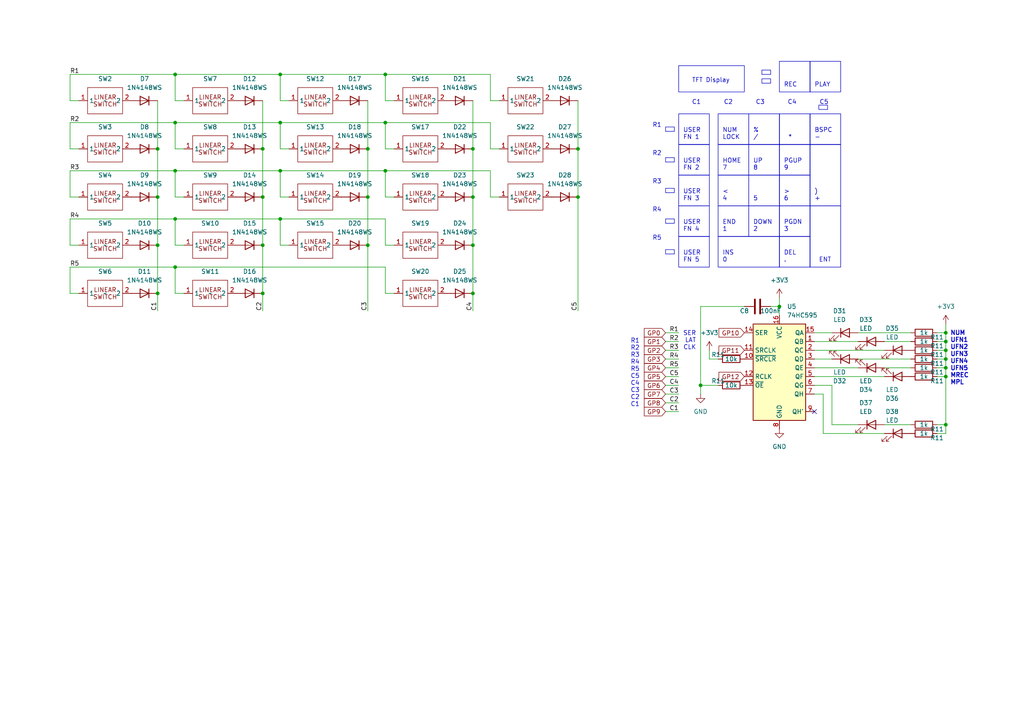
<source format=kicad_sch>
(kicad_sch (version 20230121) (generator eeschema)
  (paper "A4")
  (lib_symbols
    (symbol "74xx:74HC595"
      (property "Reference" "U" (at -7.62 13.97 0))
      (property "Value" "74HC595" (at -7.62 -16.51 0))
      (symbol "74HC595_1_0"
        (pin tri_state line (at 10.16 7.62 180) (length 2.54) (name "QB") (number "1"))
        (pin input line (at -10.16 2.54 0) (length 2.54) (name "~{SRCLR}") (number "10"))
        (pin input line (at -10.16 5.08 0) (length 2.54) (name "SRCLK") (number "11"))
        (pin input line (at -10.16 -2.54 0) (length 2.54) (name "RCLK") (number "12"))
        (pin input line (at -10.16 -5.08 0) (length 2.54) (name "~{OE}") (number "13"))
        (pin input line (at -10.16 10.16 0) (length 2.54) (name "SER") (number "14"))
        (pin tri_state line (at 10.16 10.16 180) (length 2.54) (name "QA") (number "15"))
        (pin power_in line (at 0 15.24 270) (length 2.54) (name "VCC") (number "16"))
        (pin tri_state line (at 10.16 5.08 180) (length 2.54) (name "QC") (number "2"))
        (pin tri_state line (at 10.16 2.54 180) (length 2.54) (name "QD") (number "3"))
        (pin tri_state line (at 10.16 0 180) (length 2.54) (name "QE") (number "4"))
        (pin tri_state line (at 10.16 -2.54 180) (length 2.54) (name "QF") (number "5"))
        (pin tri_state line (at 10.16 -5.08 180) (length 2.54) (name "QG") (number "6"))
        (pin tri_state line (at 10.16 -7.62 180) (length 2.54) (name "QH") (number "7"))
        (pin power_in line (at 0 -17.78 90) (length 2.54) (name "GND") (number "8"))
        (pin output line (at 10.16 -12.7 180) (length 2.54) (name "QH'") (number "9"))
      )
      (symbol "74HC595_1_1"
        (rectangle (start -7.62 12.7) (end 7.62 -15.24) (stroke (width 0.254)) (fill (type background)))
      )
    )
    (symbol "Device:C" (pin_numbers hide) (pin_names (offset 0.254))
      (property "Reference" "C" (at 0.635 2.54 0))
      (property "Value" "C" (at 0.635 -2.54 0))
      (symbol "C_0_1"
        (polyline (pts (xy -2.032 -0.762) (xy 2.032 -0.762)) (stroke (width 0.508)))
        (polyline (pts (xy -2.032 0.762) (xy 2.032 0.762)) (stroke (width 0.508)))
      )
      (symbol "C_1_1"
        (pin passive line (at 0 3.81 270) (length 2.794) (name "~") (number "1"))
        (pin passive line (at 0 -3.81 90) (length 2.794) (name "~") (number "2"))
      )
    )
    (symbol "Device:LED" (pin_numbers hide) (pin_names (offset 1.016) hide)
      (property "Reference" "D" (at 0 2.54 0))
      (property "Value" "LED" (at 0 -2.54 0))
      (symbol "LED_0_1"
        (polyline (pts (xy -1.27 -1.27) (xy -1.27 1.27)) (stroke (width 0.254)))
        (polyline (pts (xy -1.27 0) (xy 1.27 0)))
        (polyline (pts (xy 1.27 -1.27) (xy 1.27 1.27) (xy -1.27 0) (xy 1.27 -1.27)) (stroke (width 0.254)))
        (polyline (pts (xy -3.048 -0.762) (xy -4.572 -2.286) (xy -3.81 -2.286) (xy -4.572 -2.286) (xy -4.572 -1.524)))
        (polyline (pts (xy -1.778 -0.762) (xy -3.302 -2.286) (xy -2.54 -2.286) (xy -3.302 -2.286) (xy -3.302 -1.524)))
      )
      (symbol "LED_1_1"
        (pin passive line (at -3.81 0 0) (length 2.54) (name "K") (number "1"))
        (pin passive line (at 3.81 0 180) (length 2.54) (name "A") (number "2"))
      )
    )
    (symbol "Device:R" (pin_numbers hide) (pin_names (offset 0))
      (property "Reference" "R" (at 2.032 0 90))
      (property "Value" "R" (at 0 0 90))
      (symbol "R_0_1"
        (rectangle (start -1.016 -2.54) (end 1.016 2.54) (stroke (width 0.254)))
      )
      (symbol "R_1_1"
        (pin passive line (at 0 3.81 270) (length 1.27) (name "~") (number "1"))
        (pin passive line (at 0 -3.81 90) (length 1.27) (name "~") (number "2"))
      )
    )
    (symbol "Diode:1N4148WS" (pin_numbers hide) (pin_names hide)
      (property "Reference" "D" (at 0 2.54 0))
      (property "Value" "1N4148WS" (at 0 -2.54 0))
      (symbol "1N4148WS_0_1"
        (polyline (pts (xy -1.27 1.27) (xy -1.27 -1.27)) (stroke (width 0.254)))
        (polyline (pts (xy 1.27 0) (xy -1.27 0)))
        (polyline (pts (xy 1.27 1.27) (xy 1.27 -1.27) (xy -1.27 0) (xy 1.27 1.27)) (stroke (width 0.254)))
      )
      (symbol "1N4148WS_1_1"
        (pin passive line (at -3.81 0 0) (length 2.54) (name "K") (number "1"))
        (pin passive line (at 3.81 0 180) (length 2.54) (name "A") (number "2"))
      )
    )
    (symbol "Keyboard:Linear_Switch"
      (property "Reference" "SW?" (at 0 -5.08 0))
      (symbol "Linear_Switch_0_1"
        (rectangle (start -5.08 3.81) (end 5.08 -3.81))
      )
      (symbol "Linear_Switch_1_1"
        (text "LINEAR\nSWITCH" (at 0 0 0) (effects (font (size 1.27 1.27))))
        (pin input line (at -7.62 0 0) (length 2.54) (name "1") (number "1"))
        (pin input line (at 7.62 0 180) (length 2.54) (name "2") (number "2"))
      )
    )
    (symbol "power:+3V3" (power) (pin_names (offset 0))
      (property "Value" "+3V3" (at 0 3.556 0))
      (symbol "+3V3_0_1"
        (polyline (pts (xy -0.762 1.27) (xy 0 2.54)))
        (polyline (pts (xy 0 0) (xy 0 2.54)))
        (polyline (pts (xy 0 2.54) (xy 0.762 1.27)))
      )
      (symbol "+3V3_1_1"
        (pin power_in line (at 0 0 90) (length 0) hide (name "+3V3") (number "1"))
      )
    )
    (symbol "power:GND" (power) (pin_names (offset 0))
      (property "Value" "GND" (at 0 -3.81 0))
      (symbol "GND_0_1"
        (polyline (pts (xy 0 0) (xy 0 -1.27) (xy 1.27 -1.27) (xy 0 -2.54) (xy -1.27 -1.27) (xy 0 -1.27)))
      )
      (symbol "GND_1_1"
        (pin power_in line (at 0 0 270) (length 0) hide (name "GND") (number "1"))
      )
    )
  )
  (junction (at 274.32 96.52))
  (junction (at 76.2 43.18))
  (junction (at 45.72 43.18))
  (junction (at 137.16 71.12))
  (junction (at 45.72 85.09))
  (junction (at 50.8 49.53))
  (junction (at 274.32 104.14))
  (junction (at 45.72 57.15))
  (junction (at 45.72 71.12))
  (junction (at 76.2 71.12))
  (junction (at 203.2 111.76))
  (junction (at 76.2 85.09))
  (junction (at 106.68 43.18))
  (junction (at 106.68 57.15))
  (junction (at 274.32 99.06))
  (junction (at 274.32 109.22))
  (junction (at 274.32 101.6))
  (junction (at 106.68 71.12))
  (junction (at 81.28 35.56))
  (junction (at 50.8 21.59))
  (junction (at 76.2 57.15))
  (junction (at 274.32 106.68))
  (junction (at 111.76 35.56))
  (junction (at 50.8 35.56))
  (junction (at 111.76 49.53))
  (junction (at 137.16 85.09))
  (junction (at 226.06 88.9))
  (junction (at 50.8 77.47))
  (junction (at 137.16 43.18))
  (junction (at 167.64 57.15))
  (junction (at 81.28 63.5))
  (junction (at 111.76 21.59))
  (junction (at 274.32 123.19))
  (junction (at 167.64 43.18))
  (junction (at 81.28 21.59))
  (junction (at 137.16 57.15))
  (junction (at 50.8 63.5))
  (junction (at 81.28 49.53))
  (no_connect (at 236.22 119.38))
  (wire (pts (xy 50.8 21.59) (xy 81.28 21.59)))
  (wire (pts (xy 111.76 57.15) (xy 114.3 57.15)))
  (wire (pts (xy 20.32 57.15) (xy 20.32 49.53)))
  (wire (pts (xy 111.76 43.18) (xy 114.3 43.18)))
  (wire (pts (xy 20.32 21.59) (xy 50.8 21.59)))
  (wire (pts (xy 106.68 43.18) (xy 106.68 57.15)))
  (wire (pts (xy 223.52 88.9) (xy 226.06 88.9)))
  (wire (pts (xy 193.04 104.14) (xy 196.85 104.14)))
  (wire (pts (xy 20.32 85.09) (xy 22.86 85.09)))
  (wire (pts (xy 256.54 99.06) (xy 264.16 99.06)))
  (wire (pts (xy 76.2 43.18) (xy 76.2 57.15)))
  (wire (pts (xy 20.32 63.5) (xy 50.8 63.5)))
  (wire (pts (xy 81.28 43.18) (xy 83.82 43.18)))
  (wire (pts (xy 238.76 125.73) (xy 256.54 125.73)))
  (wire (pts (xy 111.76 49.53) (xy 142.24 49.53)))
  (wire (pts (xy 226.06 88.9) (xy 226.06 91.44)))
  (wire (pts (xy 81.28 57.15) (xy 83.82 57.15)))
  (wire (pts (xy 167.64 57.15) (xy 167.64 90.17)))
  (wire (pts (xy 76.2 57.15) (xy 76.2 71.12)))
  (wire (pts (xy 81.28 21.59) (xy 111.76 21.59)))
  (wire (pts (xy 106.68 29.21) (xy 106.68 43.18)))
  (wire (pts (xy 50.8 29.21) (xy 53.34 29.21)))
  (wire (pts (xy 137.16 57.15) (xy 137.16 71.12)))
  (wire (pts (xy 271.78 123.19) (xy 274.32 123.19)))
  (wire (pts (xy 236.22 114.3) (xy 238.76 114.3)))
  (wire (pts (xy 271.78 109.22) (xy 274.32 109.22)))
  (wire (pts (xy 106.68 57.15) (xy 106.68 71.12)))
  (wire (pts (xy 50.8 85.09) (xy 50.8 77.47)))
  (wire (pts (xy 274.32 99.06) (xy 271.78 99.06)))
  (wire (pts (xy 50.8 43.18) (xy 50.8 35.56)))
  (wire (pts (xy 50.8 63.5) (xy 50.8 71.12)))
  (wire (pts (xy 76.2 29.21) (xy 76.2 43.18)))
  (wire (pts (xy 111.76 71.12) (xy 114.3 71.12)))
  (wire (pts (xy 50.8 43.18) (xy 53.34 43.18)))
  (wire (pts (xy 241.3 111.76) (xy 236.22 111.76)))
  (wire (pts (xy 193.04 101.6) (xy 196.85 101.6)))
  (wire (pts (xy 81.28 43.18) (xy 81.28 35.56)))
  (wire (pts (xy 142.24 43.18) (xy 144.78 43.18)))
  (wire (pts (xy 256.54 106.68) (xy 264.16 106.68)))
  (wire (pts (xy 238.76 114.3) (xy 238.76 125.73)))
  (wire (pts (xy 203.2 111.76) (xy 208.28 111.76)))
  (wire (pts (xy 50.8 71.12) (xy 53.34 71.12)))
  (wire (pts (xy 20.32 57.15) (xy 22.86 57.15)))
  (wire (pts (xy 111.76 63.5) (xy 111.76 71.12)))
  (wire (pts (xy 271.78 101.6) (xy 274.32 101.6)))
  (wire (pts (xy 45.72 43.18) (xy 45.72 57.15)))
  (wire (pts (xy 274.32 99.06) (xy 274.32 101.6)))
  (wire (pts (xy 20.32 63.5) (xy 20.32 71.12)))
  (wire (pts (xy 20.32 29.21) (xy 20.32 21.59)))
  (wire (pts (xy 236.22 99.06) (xy 248.92 99.06)))
  (wire (pts (xy 142.24 29.21) (xy 144.78 29.21)))
  (wire (pts (xy 45.72 85.09) (xy 45.72 90.17)))
  (wire (pts (xy 81.28 49.53) (xy 111.76 49.53)))
  (wire (pts (xy 111.76 85.09) (xy 114.3 85.09)))
  (wire (pts (xy 137.16 43.18) (xy 137.16 57.15)))
  (wire (pts (xy 203.2 88.9) (xy 215.9 88.9)))
  (wire (pts (xy 20.32 71.12) (xy 22.86 71.12)))
  (wire (pts (xy 226.06 86.36) (xy 226.06 88.9)))
  (wire (pts (xy 203.2 88.9) (xy 203.2 111.76)))
  (wire (pts (xy 111.76 85.09) (xy 111.76 77.47)))
  (wire (pts (xy 271.78 104.14) (xy 274.32 104.14)))
  (wire (pts (xy 274.32 109.22) (xy 274.32 123.19)))
  (wire (pts (xy 256.54 123.19) (xy 264.16 123.19)))
  (wire (pts (xy 241.3 123.19) (xy 241.3 111.76)))
  (wire (pts (xy 271.78 96.52) (xy 274.32 96.52)))
  (wire (pts (xy 50.8 35.56) (xy 81.28 35.56)))
  (wire (pts (xy 142.24 29.21) (xy 142.24 21.59)))
  (wire (pts (xy 50.8 57.15) (xy 53.34 57.15)))
  (wire (pts (xy 111.76 57.15) (xy 111.76 49.53)))
  (wire (pts (xy 271.78 106.68) (xy 274.32 106.68)))
  (wire (pts (xy 196.85 96.52) (xy 193.04 96.52)))
  (wire (pts (xy 50.8 49.53) (xy 81.28 49.53)))
  (wire (pts (xy 45.72 71.12) (xy 45.72 85.09)))
  (wire (pts (xy 20.32 43.18) (xy 22.86 43.18)))
  (wire (pts (xy 81.28 35.56) (xy 111.76 35.56)))
  (wire (pts (xy 193.04 116.84) (xy 196.85 116.84)))
  (wire (pts (xy 142.24 57.15) (xy 144.78 57.15)))
  (wire (pts (xy 205.74 101.6) (xy 205.74 104.14)))
  (wire (pts (xy 50.8 63.5) (xy 81.28 63.5)))
  (wire (pts (xy 20.32 35.56) (xy 50.8 35.56)))
  (wire (pts (xy 205.74 104.14) (xy 208.28 104.14)))
  (wire (pts (xy 142.24 43.18) (xy 142.24 35.56)))
  (wire (pts (xy 81.28 63.5) (xy 81.28 71.12)))
  (wire (pts (xy 248.92 96.52) (xy 264.16 96.52)))
  (wire (pts (xy 274.32 123.19) (xy 274.32 125.73)))
  (wire (pts (xy 111.76 35.56) (xy 142.24 35.56)))
  (wire (pts (xy 236.22 109.22) (xy 256.54 109.22)))
  (wire (pts (xy 45.72 29.21) (xy 45.72 43.18)))
  (wire (pts (xy 137.16 29.21) (xy 137.16 43.18)))
  (wire (pts (xy 142.24 57.15) (xy 142.24 49.53)))
  (wire (pts (xy 111.76 29.21) (xy 114.3 29.21)))
  (wire (pts (xy 45.72 57.15) (xy 45.72 71.12)))
  (wire (pts (xy 167.64 43.18) (xy 167.64 57.15)))
  (wire (pts (xy 111.76 29.21) (xy 111.76 21.59)))
  (wire (pts (xy 248.92 104.14) (xy 264.16 104.14)))
  (wire (pts (xy 50.8 57.15) (xy 50.8 49.53)))
  (wire (pts (xy 274.32 106.68) (xy 274.32 109.22)))
  (wire (pts (xy 81.28 63.5) (xy 111.76 63.5)))
  (wire (pts (xy 274.32 101.6) (xy 274.32 104.14)))
  (wire (pts (xy 236.22 96.52) (xy 241.3 96.52)))
  (wire (pts (xy 81.28 29.21) (xy 81.28 21.59)))
  (wire (pts (xy 137.16 71.12) (xy 137.16 85.09)))
  (wire (pts (xy 81.28 57.15) (xy 81.28 49.53)))
  (wire (pts (xy 271.78 125.73) (xy 274.32 125.73)))
  (wire (pts (xy 236.22 106.68) (xy 248.92 106.68)))
  (wire (pts (xy 81.28 29.21) (xy 83.82 29.21)))
  (wire (pts (xy 274.32 93.98) (xy 274.32 96.52)))
  (wire (pts (xy 193.04 119.38) (xy 196.85 119.38)))
  (wire (pts (xy 111.76 43.18) (xy 111.76 35.56)))
  (wire (pts (xy 137.16 85.09) (xy 137.16 90.17)))
  (wire (pts (xy 20.32 43.18) (xy 20.32 35.56)))
  (wire (pts (xy 50.8 77.47) (xy 111.76 77.47)))
  (wire (pts (xy 193.04 114.3) (xy 196.85 114.3)))
  (wire (pts (xy 81.28 71.12) (xy 83.82 71.12)))
  (wire (pts (xy 274.32 96.52) (xy 274.32 99.06)))
  (wire (pts (xy 193.04 99.06) (xy 196.85 99.06)))
  (wire (pts (xy 20.32 49.53) (xy 50.8 49.53)))
  (wire (pts (xy 76.2 85.09) (xy 76.2 90.17)))
  (wire (pts (xy 111.76 21.59) (xy 142.24 21.59)))
  (wire (pts (xy 20.32 29.21) (xy 22.86 29.21)))
  (wire (pts (xy 106.68 71.12) (xy 106.68 90.17)))
  (wire (pts (xy 20.32 77.47) (xy 50.8 77.47)))
  (wire (pts (xy 274.32 104.14) (xy 274.32 106.68)))
  (wire (pts (xy 20.32 85.09) (xy 20.32 77.47)))
  (wire (pts (xy 196.85 111.76) (xy 193.04 111.76)))
  (wire (pts (xy 167.64 29.21) (xy 167.64 43.18)))
  (wire (pts (xy 76.2 71.12) (xy 76.2 85.09)))
  (wire (pts (xy 193.04 109.22) (xy 196.85 109.22)))
  (wire (pts (xy 236.22 101.6) (xy 256.54 101.6)))
  (wire (pts (xy 193.04 106.68) (xy 196.85 106.68)))
  (wire (pts (xy 203.2 111.76) (xy 203.2 114.3)))
  (wire (pts (xy 236.22 104.14) (xy 241.3 104.14)))
  (wire (pts (xy 50.8 29.21) (xy 50.8 21.59)))
  (wire (pts (xy 50.8 85.09) (xy 53.34 85.09)))
  (wire (pts (xy 241.3 123.19) (xy 248.92 123.19)))
  (rectangle (start 217.17 41.91) (end 226.06 50.8))
  (rectangle (start 193.04 72.39) (end 195.58 73.66))
  (rectangle (start 196.85 68.58) (end 205.74 77.47))
  (rectangle (start 208.28 33.02) (end 217.17 41.91))
  (rectangle (start 226.06 41.91) (end 234.95 50.8))
  (rectangle (start 234.95 41.91) (end 243.84 59.69))
  (rectangle (start 193.04 36.83) (end 195.58 38.1))
  (rectangle (start 226.06 17.78) (end 234.95 26.67))
  (rectangle (start 226.06 50.8) (end 234.95 59.69))
  (rectangle (start 193.04 45.72) (end 195.58 46.99))
  (rectangle (start 217.17 59.69) (end 226.06 68.58))
  (rectangle (start 196.85 59.69) (end 205.74 68.58))
  (rectangle (start 196.85 50.8) (end 205.74 59.69))
  (rectangle (start 237.49 30.48) (end 240.03 31.75))
  (rectangle (start 234.95 17.78) (end 243.84 26.67))
  (rectangle (start 226.06 33.02) (end 234.95 41.91))
  (rectangle (start 208.28 59.69) (end 217.17 68.58))
  (rectangle (start 208.28 50.8) (end 217.17 59.69))
  (rectangle (start 234.95 33.02) (end 243.84 41.91))
  (rectangle (start 217.17 50.8) (end 226.06 59.69))
  (rectangle (start 196.85 41.91) (end 205.74 50.8))
  (rectangle (start 208.28 41.91) (end 217.17 50.8))
  (rectangle (start 220.98 22.86) (end 223.52 24.13))
  (rectangle (start 193.04 63.5) (end 195.58 64.77))
  (rectangle (start 193.04 54.61) (end 195.58 55.88))
  (rectangle (start 226.06 68.58) (end 234.95 77.47))
  (rectangle (start 234.95 59.69) (end 243.84 77.47))
  (rectangle (start 217.17 33.02) (end 226.06 41.91))
  (rectangle (start 220.98 20.32) (end 223.52 21.59))
  (rectangle (start 208.28 68.58) (end 226.06 77.47))
  (rectangle (start 226.06 59.69) (end 234.95 68.58))
  (rectangle (start 196.85 19.05) (end 215.9 26.67))
  (rectangle (start 196.85 33.02) (end 205.74 41.91))
  (text "USER\nFN 4" (at 198.12 67.31 0) (effects (font (size 1.27 1.27)) (justify left bottom)))
  (text "USER\nFN 2" (at 198.12 49.53 0) (effects (font (size 1.27 1.27)) (justify left bottom)))
  (text "PLAY" (at 236.22 25.4 0) (effects (font (size 1.27 1.27)) (justify left bottom)))
  (text "*" (at 228.6 40.64 0) (effects (font (size 1.27 1.27)) (justify left bottom)))
  (text "TFT Display" (at 200.66 24.13 0) (effects (font (size 1.27 1.27)) (justify left bottom)))
  (text "USER\nFN 3" (at 198.12 58.42 0) (effects (font (size 1.27 1.27)) (justify left bottom)))
  (text "HOME\n7" (at 209.55 49.53 0) (effects (font (size 1.27 1.27)) (justify left bottom)))
  (text "NUM\nLOCK" (at 209.55 40.64 0) (effects (font (size 1.27 1.27)) (justify left bottom)))
  (text "NUM\nUFN1\nUFN2\nUFN3\nUFN4\nUFN5\nMREC\nMPL" (at 275.59 111.76 0) (effects (font (size 1.27 1.27) bold) (justify left bottom)))
  (text "REC" (at 227.33 25.4 0) (effects (font (size 1.27 1.27)) (justify left bottom)))
  (text "5" (at 218.44 58.42 0) (effects (font (size 1.27 1.27)) (justify left bottom)))
  (text "BSPC\n-" (at 236.22 40.64 0) (effects (font (size 1.27 1.27)) (justify left bottom)))
  (text "R1\n\n\n\nR2\n\n\n\nR3\n\n\n\nR4\n\n\n\nR5" (at 189.23 69.85 0) (effects (font (size 1.27 1.27)) (justify left bottom)))
  (text "USER\nFN 1" (at 198.12 40.64 0) (effects (font (size 1.27 1.27)) (justify left bottom)))
  (text ")\n+" (at 236.22 58.42 0) (effects (font (size 1.27 1.27)) (justify left bottom)))
  (text "INS\n0" (at 209.55 76.2 0) (effects (font (size 1.27 1.27)) (justify left bottom)))
  (text "UP\n8" (at 218.44 49.53 0) (effects (font (size 1.27 1.27)) (justify left bottom)))
  (text "PGUP\n9" (at 227.33 49.53 0) (effects (font (size 1.27 1.27)) (justify left bottom)))
  (text ">\n6" (at 227.33 58.42 0) (effects (font (size 1.27 1.27)) (justify left bottom)))
  (text "C1       C2       C3       C4       C5" (at 200.66 30.48 0) (effects (font (size 1.27 1.27)) (justify left bottom)))
  (text "%\n/" (at 218.44 40.64 0) (effects (font (size 1.27 1.27)) (justify left bottom)))
  (text "PGDN\n3" (at 227.33 67.31 0) (effects (font (size 1.27 1.27)) (justify left bottom)))
  (text "SER\nLAT\nCLK" (at 201.93 101.6 0) (effects (font (size 1.27 1.27)) (justify right bottom)))
  (text "USER\nFN 5" (at 198.12 76.2 0) (effects (font (size 1.27 1.27)) (justify left bottom)))
  (text "R1\nR2\nR3\nR4\nR5\nC5\nC4\nC3\nC2\nC1" (at 182.88 118.11 0) (effects (font (size 1.27 1.27)) (justify left bottom)))
  (text "ENT" (at 237.49 76.2 0) (effects (font (size 1.27 1.27)) (justify left bottom)))
  (text "<\n4" (at 209.55 58.42 0) (effects (font (size 1.27 1.27)) (justify left bottom)))
  (text "END\n1" (at 209.55 67.31 0) (effects (font (size 1.27 1.27)) (justify left bottom)))
  (text "DEL\n." (at 227.33 76.2 0) (effects (font (size 1.27 1.27)) (justify left bottom)))
  (text "DOWN\n2" (at 218.44 67.31 0) (effects (font (size 1.27 1.27)) (justify left bottom)))
  (label "C1" (at 45.72 90.17 90))
  (label "C5" (at 196.85 109.22 180))
  (label "R4" (at 196.85 104.14 180))
  (label "C2" (at 76.2 90.17 90))
  (label "C5" (at 167.64 90.17 90))
  (label "C3" (at 106.68 90.17 90))
  (label "R3" (at 20.32 49.53 0))
  (label "R2" (at 20.32 35.56 0))
  (label "R4" (at 20.32 63.5 0))
  (label "R1" (at 20.32 21.59 0))
  (label "R1" (at 196.85 96.52 180))
  (label "C2" (at 196.85 116.84 180))
  (label "C1" (at 196.85 119.38 180))
  (label "R5" (at 20.32 77.47 0))
  (label "R5" (at 196.85 106.68 180))
  (label "C4" (at 196.85 111.76 180))
  (label "R3" (at 196.85 101.6 180))
  (label "C4" (at 137.16 90.17 90))
  (label "R2" (at 196.85 99.06 180))
  (label "C3" (at 196.85 114.3 180))
  (global_label "GP10" (shape input) (at 215.9 96.52 180) (property "Intersheetrefs" "${INTERSHEET_REFS}" (effects hide)))
  (global_label "GP2" (shape input) (at 193.04 101.6 180) (property "Intersheetrefs" "${INTERSHEET_REFS}" (effects hide)))
  (global_label "GP6" (shape input) (at 193.04 111.76 180) (property "Intersheetrefs" "${INTERSHEET_REFS}" (effects hide)))
  (global_label "GP11" (shape input) (at 215.9 101.6 180) (property "Intersheetrefs" "${INTERSHEET_REFS}" (effects hide)))
  (global_label "GP1" (shape input) (at 193.04 99.06 180) (property "Intersheetrefs" "${INTERSHEET_REFS}" (effects hide)))
  (global_label "GP5" (shape input) (at 193.04 109.22 180) (property "Intersheetrefs" "${INTERSHEET_REFS}" (effects hide)))
  (global_label "GP7" (shape input) (at 193.04 114.3 180) (property "Intersheetrefs" "${INTERSHEET_REFS}" (effects hide)))
  (global_label "GP3" (shape input) (at 193.04 104.14 180) (property "Intersheetrefs" "${INTERSHEET_REFS}" (effects hide)))
  (global_label "GP4" (shape input) (at 193.04 106.68 180) (property "Intersheetrefs" "${INTERSHEET_REFS}" (effects hide)))
  (global_label "GP8" (shape input) (at 193.04 116.84 180) (property "Intersheetrefs" "${INTERSHEET_REFS}" (effects hide)))
  (global_label "GP9" (shape input) (at 193.04 119.38 180) (property "Intersheetrefs" "${INTERSHEET_REFS}" (effects hide)))
  (global_label "GP12" (shape input) (at 215.9 109.22 180) (property "Intersheetrefs" "${INTERSHEET_REFS}" (effects hide)))
  (global_label "GP0" (shape input) (at 193.04 96.52 180) (property "Intersheetrefs" "${INTERSHEET_REFS}" (effects hide)))
  (symbol (lib_id "Diode:1N4148WS") (at 41.91 85.09 0) (mirror y) (unit 1)
    (property "Reference" "D11" (at 41.91 78.74 0))
    (property "Value" "1N4148WS" (at 41.91 81.28 0))
    (property "Footprint" "Diode_SMD:D_SOD-323" (effects hide))
    (property "Datasheet" "https://www.vishay.com/docs/85751/1n4148ws.pdf" (effects hide))
    (property "Sim.Device" "D" (effects hide))
    (property "Sim.Pins" "1=K 2=A" (effects hide))
  )
  (symbol (lib_id "Keyboard:Linear_Switch") (at 60.96 71.12 0) (unit 1)
    (property "Reference" "SW10" (at 60.96 64.77 0))
    (property "Value" "~" (at 60.96 71.12 0))
    (property "Footprint" "Keyboard_SW:Kailh_socket_MX_optional_reversible" (effects hide))
  )
  (symbol (lib_id "Keyboard:Linear_Switch") (at 91.44 43.18 0) (unit 1)
    (property "Reference" "SW13" (at 91.44 36.83 0))
    (property "Value" "~" (at 91.44 43.18 0))
    (property "Footprint" "Keyboard_SW:Kailh_socket_MX_optional_reversible" (effects hide))
  )
  (symbol (lib_id "Device:LED") (at 260.35 109.22 0) (mirror x) (unit 1)
    (property "Reference" "D36" (at 258.7625 115.57 0))
    (property "Value" "LED" (at 258.7625 113.03 0))
    (property "Footprint" "LED_SMD:LED_0805_2012Metric" (effects hide))
  )
  (symbol (lib_id "Keyboard:Linear_Switch") (at 121.92 57.15 0) (unit 1)
    (property "Reference" "SW18" (at 121.92 50.8 0))
    (property "Value" "~" (at 121.92 57.15 0))
    (property "Footprint" "Keyboard_SW:Kailh_socket_MX_optional_reversible" (effects hide))
  )
  (symbol (lib_id "power:+3V3") (at 274.32 93.98 0) (unit 1)
    (property "Reference" "#PWR023" (effects hide))
    (property "Value" "+3V3" (at 274.32 88.9 0))
    (instances (project "RP2040_TB" (path "" (reference "#PWR023") (unit 1))) (project "RP2040_KBD" (path "" (reference "#PWR024") (unit 1)) (path "" (reference "#PWR040") (unit 1))))
  )
  (symbol (lib_id "Keyboard:Linear_Switch") (at 60.96 57.15 0) (unit 1)
    (property "Reference" "SW9" (at 60.96 50.8 0))
    (property "Value" "~" (at 60.96 57.15 0))
    (property "Footprint" "Keyboard_SW:Kailh_socket_MX_optional_reversible" (effects hide))
  )
  (symbol (lib_id "Diode:1N4148WS") (at 72.39 43.18 0) (mirror y) (unit 1)
    (property "Reference" "D13" (at 72.39 36.83 0))
    (property "Value" "1N4148WS" (at 72.39 39.37 0))
    (property "Footprint" "Diode_SMD:D_SOD-323" (effects hide))
    (property "Datasheet" "https://www.vishay.com/docs/85751/1n4148ws.pdf" (effects hide))
    (property "Sim.Device" "D" (effects hide))
    (property "Sim.Pins" "1=K 2=A" (effects hide))
  )
  (symbol (lib_id "Keyboard:Linear_Switch") (at 152.4 29.21 0) (unit 1)
    (property "Reference" "SW21" (at 152.4 22.86 0))
    (property "Value" "~" (at 152.4 29.21 0))
    (property "Footprint" "Keyboard_SW:Kailh_socket_MX_optional_reversible" (effects hide))
  )
  (symbol (lib_id "Keyboard:Linear_Switch") (at 91.44 57.15 0) (unit 1)
    (property "Reference" "SW14" (at 91.44 50.8 0))
    (property "Value" "~" (at 91.44 57.15 0))
    (property "Footprint" "Keyboard_SW:Kailh_socket_MX_optional_reversible" (effects hide))
  )
  (symbol (lib_id "Diode:1N4148WS") (at 133.35 57.15 0) (mirror y) (unit 1)
    (property "Reference" "D23" (at 133.35 50.8 0))
    (property "Value" "1N4148WS" (at 133.35 53.34 0))
    (property "Footprint" "Diode_SMD:D_SOD-323" (effects hide))
    (property "Datasheet" "https://www.vishay.com/docs/85751/1n4148ws.pdf" (effects hide))
    (property "Sim.Device" "D" (effects hide))
    (property "Sim.Pins" "1=K 2=A" (effects hide))
  )
  (symbol (lib_id "Device:R") (at 212.09 111.76 90) (unit 1)
    (property "Reference" "R11" (at 208.28 110.49 90))
    (property "Value" "10k" (at 212.09 111.76 90))
    (property "Footprint" "Resistor_SMD:R_0603_1608Metric" (effects hide))
    (instances (project "RP2040_TB" (path "" (reference "R11") (unit 1))) (project "RP2040_KBD" (path "" (reference "R13") (unit 1)) (path "" (reference "R27") (unit 1))))
  )
  (symbol (lib_id "Device:R") (at 267.97 96.52 270) (unit 1)
    (property "Reference" "R11" (at 271.78 97.79 90))
    (property "Value" "1k" (at 267.97 96.52 90))
    (property "Footprint" "Resistor_SMD:R_0603_1608Metric" (effects hide))
    (instances (project "RP2040_TB" (path "" (reference "R11") (unit 1))) (project "RP2040_KBD" (path "" (reference "R13") (unit 1)) (path "" (reference "R20") (unit 1))))
  )
  (symbol (lib_id "Device:R") (at 267.97 109.22 270) (unit 1)
    (property "Reference" "R11" (at 271.78 110.49 90))
    (property "Value" "1k" (at 267.97 109.22 90))
    (property "Footprint" "Resistor_SMD:R_0603_1608Metric" (effects hide))
    (instances (project "RP2040_TB" (path "" (reference "R11") (unit 1))) (project "RP2040_KBD" (path "" (reference "R13") (unit 1)) (path "" (reference "R25") (unit 1))))
  )
  (symbol (lib_id "Diode:1N4148WS") (at 163.83 29.21 0) (mirror y) (unit 1)
    (property "Reference" "D26" (at 163.83 22.86 0))
    (property "Value" "1N4148WS" (at 163.83 25.4 0))
    (property "Footprint" "Diode_SMD:D_SOD-323" (effects hide))
    (property "Datasheet" "https://www.vishay.com/docs/85751/1n4148ws.pdf" (effects hide))
    (property "Sim.Device" "D" (effects hide))
    (property "Sim.Pins" "1=K 2=A" (effects hide))
  )
  (symbol (lib_id "Diode:1N4148WS") (at 41.91 71.12 0) (mirror y) (unit 1)
    (property "Reference" "D10" (at 41.91 64.77 0))
    (property "Value" "1N4148WS" (at 41.91 67.31 0))
    (property "Footprint" "Diode_SMD:D_SOD-323" (effects hide))
    (property "Datasheet" "https://www.vishay.com/docs/85751/1n4148ws.pdf" (effects hide))
    (property "Sim.Device" "D" (effects hide))
    (property "Sim.Pins" "1=K 2=A" (effects hide))
  )
  (symbol (lib_id "Keyboard:Linear_Switch") (at 60.96 43.18 0) (unit 1)
    (property "Reference" "SW8" (at 60.96 36.83 0))
    (property "Value" "~" (at 60.96 43.18 0))
    (property "Footprint" "Keyboard_SW:Kailh_socket_MX_optional_reversible" (effects hide))
  )
  (symbol (lib_id "Device:R") (at 267.97 101.6 270) (unit 1)
    (property "Reference" "R11" (at 271.78 102.87 90))
    (property "Value" "1k" (at 267.97 101.6 90))
    (property "Footprint" "Resistor_SMD:R_0603_1608Metric" (effects hide))
    (instances (project "RP2040_TB" (path "" (reference "R11") (unit 1))) (project "RP2040_KBD" (path "" (reference "R13") (unit 1)) (path "" (reference "R22") (unit 1))))
  )
  (symbol (lib_id "Device:R") (at 267.97 104.14 270) (unit 1)
    (property "Reference" "R11" (at 271.78 105.41 90))
    (property "Value" "1k" (at 267.97 104.14 90))
    (property "Footprint" "Resistor_SMD:R_0603_1608Metric" (effects hide))
    (instances (project "RP2040_TB" (path "" (reference "R11") (unit 1))) (project "RP2040_KBD" (path "" (reference "R13") (unit 1)) (path "" (reference "R23") (unit 1))))
  )
  (symbol (lib_id "Device:R") (at 267.97 106.68 270) (unit 1)
    (property "Reference" "R11" (at 271.78 107.95 90))
    (property "Value" "1k" (at 267.97 106.68 90))
    (property "Footprint" "Resistor_SMD:R_0603_1608Metric" (effects hide))
    (instances (project "RP2040_TB" (path "" (reference "R11") (unit 1))) (project "RP2040_KBD" (path "" (reference "R13") (unit 1)) (path "" (reference "R24") (unit 1))))
  )
  (symbol (lib_id "Diode:1N4148WS") (at 72.39 85.09 0) (mirror y) (unit 1)
    (property "Reference" "D16" (at 72.39 78.74 0))
    (property "Value" "1N4148WS" (at 72.39 81.28 0))
    (property "Footprint" "Diode_SMD:D_SOD-323" (effects hide))
    (property "Datasheet" "https://www.vishay.com/docs/85751/1n4148ws.pdf" (effects hide))
    (property "Sim.Device" "D" (effects hide))
    (property "Sim.Pins" "1=K 2=A" (effects hide))
  )
  (symbol (lib_id "Keyboard:Linear_Switch") (at 60.96 29.21 0) (unit 1)
    (property "Reference" "SW7" (at 60.96 22.86 0))
    (property "Value" "~" (at 60.96 29.21 0))
    (property "Footprint" "Keyboard_SW:Kailh_socket_MX_optional_reversible" (effects hide))
  )
  (symbol (lib_id "Diode:1N4148WS") (at 133.35 29.21 0) (mirror y) (unit 1)
    (property "Reference" "D21" (at 133.35 22.86 0))
    (property "Value" "1N4148WS" (at 133.35 25.4 0))
    (property "Footprint" "Diode_SMD:D_SOD-323" (effects hide))
    (property "Datasheet" "https://www.vishay.com/docs/85751/1n4148ws.pdf" (effects hide))
    (property "Sim.Device" "D" (effects hide))
    (property "Sim.Pins" "1=K 2=A" (effects hide))
  )
  (symbol (lib_id "Keyboard:Linear_Switch") (at 121.92 43.18 0) (unit 1)
    (property "Reference" "SW17" (at 121.92 36.83 0))
    (property "Value" "~" (at 121.92 43.18 0))
    (property "Footprint" "Keyboard_SW:Kailh_socket_MX_optional_reversible" (effects hide))
  )
  (symbol (lib_id "Device:LED") (at 245.11 96.52 0) (unit 1)
    (property "Reference" "D31" (at 243.5225 90.17 0))
    (property "Value" "LED" (at 243.5225 92.71 0))
    (property "Footprint" "LED_SMD:LED_0805_2012Metric" (effects hide))
  )
  (symbol (lib_id "Device:LED") (at 245.11 104.14 0) (mirror x) (unit 1)
    (property "Reference" "D32" (at 243.5225 110.49 0))
    (property "Value" "LED" (at 243.5225 107.95 0))
    (property "Footprint" "LED_SMD:LED_0805_2012Metric" (effects hide))
  )
  (symbol (lib_id "Diode:1N4148WS") (at 41.91 43.18 0) (mirror y) (unit 1)
    (property "Reference" "D8" (at 41.91 36.83 0))
    (property "Value" "1N4148WS" (at 41.91 39.37 0))
    (property "Footprint" "Diode_SMD:D_SOD-323" (effects hide))
    (property "Datasheet" "https://www.vishay.com/docs/85751/1n4148ws.pdf" (effects hide))
    (property "Sim.Device" "D" (effects hide))
    (property "Sim.Pins" "1=K 2=A" (effects hide))
  )
  (symbol (lib_id "power:+3V3") (at 205.74 101.6 0) (unit 1)
    (property "Reference" "#PWR023" (effects hide))
    (property "Value" "+3V3" (at 205.74 96.52 0))
    (instances (project "RP2040_TB" (path "" (reference "#PWR023") (unit 1))) (project "RP2040_KBD" (path "" (reference "#PWR024") (unit 1)) (path "" (reference "#PWR043") (unit 1))))
  )
  (symbol (lib_id "Keyboard:Linear_Switch") (at 60.96 85.09 0) (unit 1)
    (property "Reference" "SW11" (at 60.96 78.74 0))
    (property "Value" "~" (at 60.96 85.09 0))
    (property "Footprint" "Keyboard_SW:Kailh_socket_MX_optional_reversible" (effects hide))
  )
  (symbol (lib_id "Keyboard:Linear_Switch") (at 30.48 43.18 0) (unit 1)
    (property "Reference" "SW3" (at 30.48 36.83 0))
    (property "Value" "~" (at 30.48 43.18 0))
    (property "Footprint" "Keyboard_SW:Kailh_socket_MX_optional_reversible" (effects hide))
  )
  (symbol (lib_id "Diode:1N4148WS") (at 163.83 43.18 0) (mirror y) (unit 1)
    (property "Reference" "D27" (at 163.83 36.83 0))
    (property "Value" "1N4148WS" (at 163.83 39.37 0))
    (property "Footprint" "Diode_SMD:D_SOD-323" (effects hide))
    (property "Datasheet" "https://www.vishay.com/docs/85751/1n4148ws.pdf" (effects hide))
    (property "Sim.Device" "D" (effects hide))
    (property "Sim.Pins" "1=K 2=A" (effects hide))
  )
  (symbol (lib_id "Device:LED") (at 260.35 101.6 0) (unit 1)
    (property "Reference" "D35" (at 258.7625 95.25 0))
    (property "Value" "LED" (at 258.7625 97.79 0))
    (property "Footprint" "LED_SMD:LED_0805_2012Metric" (effects hide))
  )
  (symbol (lib_id "Device:R") (at 267.97 125.73 270) (unit 1)
    (property "Reference" "R11" (at 271.78 127 90))
    (property "Value" "1k" (at 267.97 125.73 90))
    (property "Footprint" "Resistor_SMD:R_0603_1608Metric" (effects hide))
    (instances (project "RP2040_TB" (path "" (reference "R11") (unit 1))) (project "RP2040_KBD" (path "" (reference "R13") (unit 1)) (path "" (reference "R29") (unit 1))))
  )
  (symbol (lib_id "Keyboard:Linear_Switch") (at 91.44 29.21 0) (unit 1)
    (property "Reference" "SW12" (at 91.44 22.86 0))
    (property "Value" "~" (at 91.44 29.21 0))
    (property "Footprint" "Keyboard_SW:Kailh_socket_MX_optional_reversible" (effects hide))
  )
  (symbol (lib_id "Diode:1N4148WS") (at 72.39 29.21 0) (mirror y) (unit 1)
    (property "Reference" "D12" (at 72.39 22.86 0))
    (property "Value" "1N4148WS" (at 72.39 25.4 0))
    (property "Footprint" "Diode_SMD:D_SOD-323" (effects hide))
    (property "Datasheet" "https://www.vishay.com/docs/85751/1n4148ws.pdf" (effects hide))
    (property "Sim.Device" "D" (effects hide))
    (property "Sim.Pins" "1=K 2=A" (effects hide))
  )
  (symbol (lib_id "Keyboard:Linear_Switch") (at 30.48 29.21 0) (unit 1)
    (property "Reference" "SW2" (at 30.48 22.86 0))
    (property "Value" "~" (at 30.48 29.21 0))
    (property "Footprint" "Keyboard_SW:Kailh_socket_MX_optional_reversible" (effects hide))
  )
  (symbol (lib_id "Keyboard:Linear_Switch") (at 121.92 85.09 0) (unit 1)
    (property "Reference" "SW20" (at 121.92 78.74 0))
    (property "Value" "~" (at 121.92 85.09 0))
    (property "Footprint" "Keyboard_SW:Kailh_socket_MX_optional_reversible" (effects hide))
  )
  (symbol (lib_id "Diode:1N4148WS") (at 102.87 57.15 0) (mirror y) (unit 1)
    (property "Reference" "D19" (at 102.87 50.8 0))
    (property "Value" "1N4148WS" (at 102.87 53.34 0))
    (property "Footprint" "Diode_SMD:D_SOD-323" (effects hide))
    (property "Datasheet" "https://www.vishay.com/docs/85751/1n4148ws.pdf" (effects hide))
    (property "Sim.Device" "D" (effects hide))
    (property "Sim.Pins" "1=K 2=A" (effects hide))
  )
  (symbol (lib_id "Device:LED") (at 260.35 125.73 0) (unit 1)
    (property "Reference" "D38" (at 258.7625 119.38 0))
    (property "Value" "LED" (at 258.7625 121.92 0))
    (property "Footprint" "LED_SMD:LED_0805_2012Metric" (effects hide))
  )
  (symbol (lib_id "Keyboard:Linear_Switch") (at 152.4 43.18 0) (unit 1)
    (property "Reference" "SW22" (at 152.4 36.83 0))
    (property "Value" "~" (at 152.4 43.18 0))
    (property "Footprint" "Keyboard_SW:Kailh_socket_MX_optional_reversible" (effects hide))
  )
  (symbol (lib_id "Keyboard:Linear_Switch") (at 30.48 57.15 0) (unit 1)
    (property "Reference" "SW4" (at 30.48 50.8 0))
    (property "Value" "~" (at 30.48 57.15 0))
    (property "Footprint" "Keyboard_SW:Kailh_socket_MX_optional_reversible" (effects hide))
  )
  (symbol (lib_id "Keyboard:Linear_Switch") (at 152.4 57.15 0) (unit 1)
    (property "Reference" "SW23" (at 152.4 50.8 0))
    (property "Value" "~" (at 152.4 57.15 0))
    (property "Footprint" "Keyboard_SW:Kailh_socket_MX_optional_reversible" (effects hide))
  )
  (symbol (lib_id "Diode:1N4148WS") (at 41.91 29.21 0) (mirror y) (unit 1)
    (property "Reference" "D7" (at 41.91 22.86 0))
    (property "Value" "1N4148WS" (at 41.91 25.4 0))
    (property "Footprint" "Diode_SMD:D_SOD-323" (effects hide))
    (property "Datasheet" "https://www.vishay.com/docs/85751/1n4148ws.pdf" (effects hide))
    (property "Sim.Device" "D" (effects hide))
    (property "Sim.Pins" "1=K 2=A" (effects hide))
  )
  (symbol (lib_id "Diode:1N4148WS") (at 102.87 43.18 0) (mirror y) (unit 1)
    (property "Reference" "D18" (at 102.87 36.83 0))
    (property "Value" "1N4148WS" (at 102.87 39.37 0))
    (property "Footprint" "Diode_SMD:D_SOD-323" (effects hide))
    (property "Datasheet" "https://www.vishay.com/docs/85751/1n4148ws.pdf" (effects hide))
    (property "Sim.Device" "D" (effects hide))
    (property "Sim.Pins" "1=K 2=A" (effects hide))
  )
  (symbol (lib_id "power:GND") (at 203.2 114.3 0) (unit 1)
    (property "Reference" "#PWR024" (effects hide))
    (property "Value" "GND" (at 203.2 119.38 0))
    (instances (project "RP2040_TB" (path "" (reference "#PWR024") (unit 1))) (project "RP2040_KBD" (path "" (reference "#PWR025") (unit 1)) (path "" (reference "#PWR045") (unit 1))))
  )
  (symbol (lib_id "Device:R") (at 267.97 99.06 270) (unit 1)
    (property "Reference" "R11" (at 271.78 100.33 90))
    (property "Value" "1k" (at 267.97 99.06 90))
    (property "Footprint" "Resistor_SMD:R_0603_1608Metric" (effects hide))
    (instances (project "RP2040_TB" (path "" (reference "R11") (unit 1))) (project "RP2040_KBD" (path "" (reference "R13") (unit 1)) (path "" (reference "R21") (unit 1))))
  )
  (symbol (lib_id "Device:LED") (at 252.73 123.19 0) (unit 1)
    (property "Reference" "D37" (at 251.1425 116.84 0))
    (property "Value" "LED" (at 251.1425 119.38 0))
    (property "Footprint" "LED_SMD:LED_0805_2012Metric" (effects hide))
  )
  (symbol (lib_id "Diode:1N4148WS") (at 72.39 57.15 0) (mirror y) (unit 1)
    (property "Reference" "D14" (at 72.39 50.8 0))
    (property "Value" "1N4148WS" (at 72.39 53.34 0))
    (property "Footprint" "Diode_SMD:D_SOD-323" (effects hide))
    (property "Datasheet" "https://www.vishay.com/docs/85751/1n4148ws.pdf" (effects hide))
    (property "Sim.Device" "D" (effects hide))
    (property "Sim.Pins" "1=K 2=A" (effects hide))
  )
  (symbol (lib_id "Diode:1N4148WS") (at 163.83 57.15 0) (mirror y) (unit 1)
    (property "Reference" "D28" (at 163.83 50.8 0))
    (property "Value" "1N4148WS" (at 163.83 53.34 0))
    (property "Footprint" "Diode_SMD:D_SOD-323" (effects hide))
    (property "Datasheet" "https://www.vishay.com/docs/85751/1n4148ws.pdf" (effects hide))
    (property "Sim.Device" "D" (effects hide))
    (property "Sim.Pins" "1=K 2=A" (effects hide))
  )
  (symbol (lib_id "Device:C") (at 219.71 88.9 90) (mirror x) (unit 1)
    (property "Reference" "C8" (at 215.9 90.17 90))
    (property "Value" "100nF" (at 223.52 90.17 90))
    (property "Footprint" "Capacitor_SMD:C_0603_1608Metric" (effects hide))
    (instances (project "RP2040_TB" (path "" (reference "C8") (unit 1))) (project "RP2040_KBD" (path "" (reference "C10") (unit 1)) (path "" (reference "C20") (unit 1))))
  )
  (symbol (lib_id "Device:R") (at 267.97 123.19 270) (unit 1)
    (property "Reference" "R11" (at 271.78 124.46 90))
    (property "Value" "1k" (at 267.97 123.19 90))
    (property "Footprint" "Resistor_SMD:R_0603_1608Metric" (effects hide))
    (instances (project "RP2040_TB" (path "" (reference "R11") (unit 1))) (project "RP2040_KBD" (path "" (reference "R13") (unit 1)) (path "" (reference "R28") (unit 1))))
  )
  (symbol (lib_id "Diode:1N4148WS") (at 72.39 71.12 0) (mirror y) (unit 1)
    (property "Reference" "D15" (at 72.39 64.77 0))
    (property "Value" "1N4148WS" (at 72.39 67.31 0))
    (property "Footprint" "Diode_SMD:D_SOD-323" (effects hide))
    (property "Datasheet" "https://www.vishay.com/docs/85751/1n4148ws.pdf" (effects hide))
    (property "Sim.Device" "D" (effects hide))
    (property "Sim.Pins" "1=K 2=A" (effects hide))
  )
  (symbol (lib_id "Diode:1N4148WS") (at 41.91 57.15 0) (mirror y) (unit 1)
    (property "Reference" "D9" (at 41.91 50.8 0))
    (property "Value" "1N4148WS" (at 41.91 53.34 0))
    (property "Footprint" "Diode_SMD:D_SOD-323" (effects hide))
    (property "Datasheet" "https://www.vishay.com/docs/85751/1n4148ws.pdf" (effects hide))
    (property "Sim.Device" "D" (effects hide))
    (property "Sim.Pins" "1=K 2=A" (effects hide))
  )
  (symbol (lib_id "Keyboard:Linear_Switch") (at 30.48 85.09 0) (unit 1)
    (property "Reference" "SW6" (at 30.48 78.74 0))
    (property "Value" "~" (at 30.48 85.09 0))
    (property "Footprint" "Keyboard_SW:Kailh_socket_MX_optional_reversible" (effects hide))
  )
  (symbol (lib_id "Keyboard:Linear_Switch") (at 30.48 71.12 0) (unit 1)
    (property "Reference" "SW5" (at 30.48 64.77 0))
    (property "Value" "~" (at 30.48 71.12 0))
    (property "Footprint" "Keyboard_SW:Kailh_socket_MX_optional_reversible" (effects hide))
  )
  (symbol (lib_id "Diode:1N4148WS") (at 102.87 71.12 0) (mirror y) (unit 1)
    (property "Reference" "D20" (at 102.87 64.77 0))
    (property "Value" "1N4148WS" (at 102.87 67.31 0))
    (property "Footprint" "Diode_SMD:D_SOD-323" (effects hide))
    (property "Datasheet" "https://www.vishay.com/docs/85751/1n4148ws.pdf" (effects hide))
    (property "Sim.Device" "D" (effects hide))
    (property "Sim.Pins" "1=K 2=A" (effects hide))
  )
  (symbol (lib_id "Device:LED") (at 252.73 106.68 0) (mirror x) (unit 1)
    (property "Reference" "D34" (at 251.1425 113.03 0))
    (property "Value" "LED" (at 251.1425 110.49 0))
    (property "Footprint" "LED_SMD:LED_0805_2012Metric" (effects hide))
  )
  (symbol (lib_id "power:GND") (at 226.06 124.46 0) (unit 1)
    (property "Reference" "#PWR024" (effects hide))
    (property "Value" "GND" (at 226.06 129.54 0))
    (instances (project "RP2040_TB" (path "" (reference "#PWR024") (unit 1))) (project "RP2040_KBD" (path "" (reference "#PWR025") (unit 1)) (path "" (reference "#PWR042") (unit 1))))
  )
  (symbol (lib_id "Keyboard:Linear_Switch") (at 121.92 71.12 0) (unit 1)
    (property "Reference" "SW19" (at 121.92 64.77 0))
    (property "Value" "~" (at 121.92 71.12 0))
    (property "Footprint" "Keyboard_SW:Kailh_socket_MX_optional_reversible" (effects hide))
  )
  (symbol (lib_id "Diode:1N4148WS") (at 102.87 29.21 0) (mirror y) (unit 1)
    (property "Reference" "D17" (at 102.87 22.86 0))
    (property "Value" "1N4148WS" (at 102.87 25.4 0))
    (property "Footprint" "Diode_SMD:D_SOD-323" (effects hide))
    (property "Datasheet" "https://www.vishay.com/docs/85751/1n4148ws.pdf" (effects hide))
    (property "Sim.Device" "D" (effects hide))
    (property "Sim.Pins" "1=K 2=A" (effects hide))
  )
  (symbol (lib_id "Keyboard:Linear_Switch") (at 91.44 71.12 0) (unit 1)
    (property "Reference" "SW15" (at 91.44 64.77 0))
    (property "Value" "~" (at 91.44 71.12 0))
    (property "Footprint" "Keyboard_SW:Kailh_socket_MX_optional_reversible" (effects hide))
  )
  (symbol (lib_id "Diode:1N4148WS") (at 133.35 71.12 0) (mirror y) (unit 1)
    (property "Reference" "D24" (at 133.35 64.77 0))
    (property "Value" "1N4148WS" (at 133.35 67.31 0))
    (property "Footprint" "Diode_SMD:D_SOD-323" (effects hide))
    (property "Datasheet" "https://www.vishay.com/docs/85751/1n4148ws.pdf" (effects hide))
    (property "Sim.Device" "D" (effects hide))
    (property "Sim.Pins" "1=K 2=A" (effects hide))
  )
  (symbol (lib_id "power:+3V3") (at 226.06 86.36 0) (unit 1)
    (property "Reference" "#PWR023" (effects hide))
    (property "Value" "+3V3" (at 226.06 81.28 0))
    (instances (project "RP2040_TB" (path "" (reference "#PWR023") (unit 1))) (project "RP2040_KBD" (path "" (reference "#PWR024") (unit 1)) (path "" (reference "#PWR041") (unit 1))))
  )
  (symbol (lib_id "Diode:1N4148WS") (at 133.35 85.09 0) (mirror y) (unit 1)
    (property "Reference" "D25" (at 133.35 78.74 0))
    (property "Value" "1N4148WS" (at 133.35 81.28 0))
    (property "Footprint" "Diode_SMD:D_SOD-323" (effects hide))
    (property "Datasheet" "https://www.vishay.com/docs/85751/1n4148ws.pdf" (effects hide))
    (property "Sim.Device" "D" (effects hide))
    (property "Sim.Pins" "1=K 2=A" (effects hide))
  )
  (symbol (lib_id "Keyboard:Linear_Switch") (at 121.92 29.21 0) (unit 1)
    (property "Reference" "SW16" (at 121.92 22.86 0))
    (property "Value" "~" (at 121.92 29.21 0))
    (property "Footprint" "Keyboard_SW:Kailh_socket_MX_optional_reversible" (effects hide))
  )
  (symbol (lib_id "Diode:1N4148WS") (at 133.35 43.18 0) (mirror y) (unit 1)
    (property "Reference" "D22" (at 133.35 36.83 0))
    (property "Value" "1N4148WS" (at 133.35 39.37 0))
    (property "Footprint" "Diode_SMD:D_SOD-323" (effects hide))
    (property "Datasheet" "https://www.vishay.com/docs/85751/1n4148ws.pdf" (effects hide))
    (property "Sim.Device" "D" (effects hide))
    (property "Sim.Pins" "1=K 2=A" (effects hide))
  )
  (symbol (lib_id "74xx:74HC595") (at 226.06 106.68 0) (unit 1)
    (property "Reference" "U5" (at 228.2541 88.9 0) (effects (justify left)))
    (property "Value" "74HC595" (at 228.2541 91.44 0) (effects (justify left)))
    (property "Footprint" "Package_SO:SOP-16_4.55x10.3mm_P1.27mm" (effects hide))
    (property "Datasheet" "http://www.ti.com/lit/ds/symlink/sn74hc595.pdf" (effects hide))
  )
  (symbol (lib_id "Device:LED") (at 252.73 99.06 0) (unit 1)
    (property "Reference" "D33" (at 251.1425 92.71 0))
    (property "Value" "LED" (at 251.1425 95.25 0))
    (property "Footprint" "LED_SMD:LED_0805_2012Metric" (effects hide))
  )
  (symbol (lib_id "Device:R") (at 212.09 104.14 90) (unit 1)
    (property "Reference" "R11" (at 208.28 102.87 90))
    (property "Value" "10k" (at 212.09 104.14 90))
    (property "Footprint" "Resistor_SMD:R_0603_1608Metric" (effects hide))
    (instances (project "RP2040_TB" (path "" (reference "R11") (unit 1))) (project "RP2040_KBD" (path "" (reference "R13") (unit 1)) (path "" (reference "R26") (unit 1))))
  )
)
</source>
